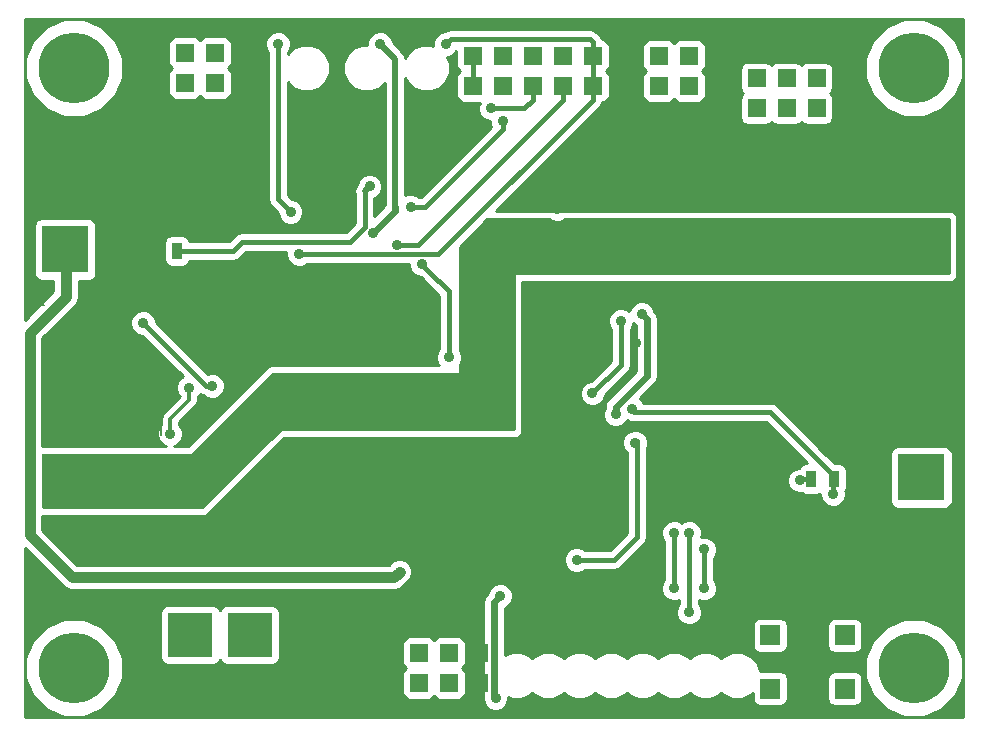
<source format=gbr>
G04 #@! TF.FileFunction,Copper,L1,Top,Signal*
%FSLAX46Y46*%
G04 Gerber Fmt 4.6, Leading zero omitted, Abs format (unit mm)*
G04 Created by KiCad (PCBNEW 4.0.1-3.201512221401+6198~38~ubuntu15.10.1-stable) date Út 19. leden 2016, 20:18:50 CET*
%MOMM*%
G01*
G04 APERTURE LIST*
%ADD10C,0.300000*%
%ADD11R,4.000000X4.000000*%
%ADD12R,1.524000X1.524000*%
%ADD13R,3.810000X3.810000*%
%ADD14C,6.000000*%
%ADD15R,0.889000X1.397000*%
%ADD16R,1.676400X1.676400*%
%ADD17C,0.600000*%
%ADD18C,0.890000*%
%ADD19C,0.890000*%
%ADD20C,0.400000*%
%ADD21C,0.500000*%
%ADD22C,0.600000*%
%ADD23C,0.180000*%
%ADD24C,0.254000*%
G04 APERTURE END LIST*
D10*
D11*
X4326500Y40511000D03*
X76826500Y40511000D03*
X4326500Y21211000D03*
X76826500Y21211000D03*
D12*
X19558000Y57150000D03*
X19558000Y54610000D03*
X17018000Y57150000D03*
X17018000Y54610000D03*
X14478000Y57150000D03*
X14478000Y54610000D03*
X11938000Y57150000D03*
X11938000Y54610000D03*
X49022000Y54356000D03*
X49022000Y56896000D03*
X38862000Y56896000D03*
X38862000Y54356000D03*
X43942000Y54356000D03*
X43942000Y56896000D03*
X46482000Y54356000D03*
X46482000Y56896000D03*
X41402000Y54356000D03*
X41402000Y56896000D03*
X31750000Y3810000D03*
X31750000Y6350000D03*
X34290000Y3810000D03*
X34290000Y6350000D03*
X36830000Y3810000D03*
X36830000Y6350000D03*
X39370000Y3810000D03*
X39370000Y6350000D03*
D13*
X14939000Y7874000D03*
X19939000Y7874000D03*
X14939000Y2921000D03*
X19939000Y2921000D03*
D12*
X62865000Y52451000D03*
X62865000Y54991000D03*
X65405000Y52451000D03*
X65405000Y54991000D03*
X67945000Y52451000D03*
X67945000Y54991000D03*
X59690000Y56896000D03*
X59690000Y54356000D03*
X57150000Y56896000D03*
X57150000Y54356000D03*
X54610000Y56896000D03*
X54610000Y54356000D03*
X52070000Y56896000D03*
X52070000Y54356000D03*
D14*
X76200000Y5080000D03*
X5080000Y55880000D03*
X5080000Y5080000D03*
X76200000Y55880000D03*
D15*
X11874500Y40386000D03*
X13779500Y40386000D03*
X69405500Y21082000D03*
X67500500Y21082000D03*
D16*
X70333000Y7838000D03*
X70333000Y3338000D03*
X64033000Y7838000D03*
X64033000Y3338000D03*
D12*
X70485000Y52451000D03*
X70485000Y54991000D03*
D17*
X27686000Y42545000D03*
X27686000Y44831000D03*
X26416000Y44831000D03*
X26416000Y42545000D03*
X27051000Y43688000D03*
D18*
X32639000Y13208000D03*
X10922000Y34290000D03*
X16764000Y28956000D03*
X14668500Y15811500D03*
X14732000Y17208500D03*
X13271500Y17589500D03*
X11620500Y17589500D03*
X9779000Y17589500D03*
X8255000Y17589500D03*
X6477000Y17589500D03*
X4635500Y17589500D03*
X2857500Y17335500D03*
X3619500Y16065500D03*
X5016500Y14986000D03*
X7175500Y14478000D03*
X8953500Y14478000D03*
X10604500Y14478000D03*
X12446000Y14541500D03*
X14351000Y14351000D03*
X4127500Y33909000D03*
X4572000Y32575500D03*
X1270000Y36004500D03*
X60198000Y34163000D03*
X51308000Y46926500D03*
X53975000Y49720500D03*
X59372500Y49657000D03*
X57467500Y47815500D03*
X77406500Y44577000D03*
X72009000Y44386500D03*
X66929000Y44450000D03*
X49593500Y50165000D03*
X51371500Y52070000D03*
X49974500Y32575500D03*
X47815500Y33528000D03*
X48958500Y37274500D03*
X54546500Y44577000D03*
X52959000Y44640500D03*
X33528000Y11557000D03*
X41021000Y22161500D03*
X39687500Y20891500D03*
X37846000Y18923000D03*
X35433000Y16637000D03*
X33528000Y15811500D03*
X31115000Y15811500D03*
X29210000Y15748000D03*
X26733500Y15811500D03*
X24701500Y15748000D03*
X24892000Y18732500D03*
X52641500Y32575500D03*
X48895000Y33083500D03*
X46736000Y27114500D03*
X44196000Y36258500D03*
X44259500Y32766000D03*
X43688000Y27775180D03*
X8890000Y24637999D03*
X7620000Y24638000D03*
X41402000Y23622000D03*
X39116000Y23368000D03*
X36322000Y21336000D03*
X34544000Y21336000D03*
X32766000Y20320000D03*
X30734000Y20320000D03*
X73152000Y9398000D03*
X73152000Y11430000D03*
X73406000Y13208000D03*
X73406000Y14986000D03*
X76962000Y37338000D03*
X68834000Y37338000D03*
X60198000Y37338000D03*
X60198000Y29972000D03*
X61214000Y28194000D03*
X59944000Y28194000D03*
X69596000Y13208000D03*
X70104000Y11938000D03*
X70104000Y10414000D03*
X64262000Y11938000D03*
X64262000Y13462000D03*
X64262000Y14986000D03*
X64262000Y18288000D03*
X67056000Y19050000D03*
X67564000Y17018000D03*
X13970000Y42672000D03*
X12446000Y43180000D03*
X11049000Y42672000D03*
X9017000Y41910000D03*
X7874000Y46228000D03*
X9398000Y44323000D03*
X29337000Y20319994D03*
X27813002Y20320002D03*
X26162000Y20447000D03*
X17399000Y30586680D03*
X73406000Y16510000D03*
X72136000Y17526000D03*
X71628000Y19050000D03*
X73152000Y18288000D03*
X74930000Y17272000D03*
X76454000Y17272000D03*
X77978000Y17272000D03*
X79502000Y17272000D03*
X74168000Y28194000D03*
X74930000Y26924000D03*
X76200000Y26416000D03*
X77724000Y26416000D03*
X79248000Y26416000D03*
X79248000Y25146000D03*
X77724000Y25146000D03*
X76200000Y25146000D03*
X74676000Y25146000D03*
X73660000Y26416000D03*
X72898000Y27432000D03*
X71374000Y27432000D03*
X69850000Y27432000D03*
X68326000Y27432000D03*
X28829000Y2921000D03*
X27686000Y2921000D03*
X26543000Y2921000D03*
X25400000Y2921000D03*
X24257000Y2921000D03*
X22987000Y2921000D03*
X44196000Y25019000D03*
X43180000Y24003000D03*
X69469000Y14859000D03*
X24910607Y50101500D03*
X34290000Y48895000D03*
X35433000Y48895000D03*
X34671000Y47752000D03*
X35814000Y47752000D03*
X36703000Y48895000D03*
X37846000Y48895000D03*
X46228000Y48260000D03*
X9906000Y57404000D03*
X9906000Y56261000D03*
X9906000Y55118000D03*
X9906000Y53848000D03*
X9906000Y52578000D03*
X11684000Y44450000D03*
X11684000Y45720000D03*
X10414000Y45720000D03*
X10541000Y40386000D03*
X9144000Y40386000D03*
X18542000Y42418000D03*
X39370000Y11938000D03*
X39370000Y13716000D03*
X39878000Y15240000D03*
X70358000Y50292000D03*
X71501000Y50292000D03*
X72517000Y50292000D03*
X73787000Y50292000D03*
X15748000Y33147000D03*
X14224000Y33147000D03*
X9652000Y33147000D03*
X12446000Y26924000D03*
X42418000Y13208000D03*
X42418000Y16002000D03*
X46736000Y17780000D03*
X44704000Y18288000D03*
X12192000Y4318000D03*
X12192000Y3048000D03*
X12192000Y1524000D03*
X65913000Y14859000D03*
X61468000Y18542000D03*
X56515000Y23495000D03*
X58420000Y21590000D03*
X59690000Y20320000D03*
X66548000Y9144000D03*
X68199000Y9144000D03*
X65532000Y9652000D03*
X64389000Y9652000D03*
X44704000Y46736000D03*
X42926000Y45212000D03*
X44450000Y45212000D03*
X45974000Y44958000D03*
X45974000Y43942000D03*
X30480000Y1524000D03*
X32004000Y1524000D03*
X33528000Y1524000D03*
X35052000Y1524000D03*
X36576000Y1524000D03*
X38100000Y1524000D03*
X54864000Y59182000D03*
X56388000Y59182000D03*
X57912000Y59182000D03*
X59436000Y59182000D03*
X60960000Y59182000D03*
X7620000Y49276000D03*
X7620000Y48006000D03*
X16764000Y45720000D03*
X15494000Y45720000D03*
X14224000Y45720000D03*
X12954000Y45720000D03*
X20320000Y39624000D03*
X21590000Y39624000D03*
X22860000Y39624000D03*
X2540000Y50038000D03*
X4318000Y50038000D03*
X6096000Y50038000D03*
X2540000Y48768000D03*
X2540000Y47498000D03*
X2540000Y46228000D03*
X2540000Y44958000D03*
X2540000Y43688000D03*
X4064000Y43688000D03*
X5588000Y43688000D03*
X7112000Y43688000D03*
X20066000Y53086000D03*
X20828000Y50800000D03*
X28448000Y49276000D03*
X27686000Y48006000D03*
X26924000Y46990000D03*
X67818000Y48768000D03*
X66294000Y47244000D03*
X65024000Y45974000D03*
X63500000Y44450000D03*
X66294000Y28448000D03*
X68072000Y28956000D03*
X50927000Y21209000D03*
X50165000Y22098000D03*
X40386000Y52451000D03*
X34543998Y39243000D03*
X36829992Y31369000D03*
X52324000Y27017010D03*
X69342000Y19812000D03*
X23421502Y43688000D03*
X22352000Y57912000D03*
X30356276Y41874421D03*
X30988000Y57912000D03*
X24130000Y40132000D03*
X36576000Y57912000D03*
X32414992Y40923996D03*
X33599912Y44140033D03*
X41402000Y51353464D03*
X30099000Y45847000D03*
X66548000Y20955000D03*
X57150000Y16510000D03*
X57150000Y9779000D03*
X55880000Y16510000D03*
X55880000Y11811000D03*
X58420000Y15113000D03*
X58420000Y11811000D03*
X52576971Y24168153D03*
X47625000Y14224000D03*
X53149500Y35052000D03*
X50927000Y26543000D03*
X41148000Y11176000D03*
X40767000Y2540000D03*
X51371500Y34480500D03*
X48958500Y28321000D03*
X14802209Y28820798D03*
X13208000Y24892000D03*
D19*
X4390000Y40384000D02*
X4390000Y36521000D01*
X1336040Y33467040D02*
X1336040Y16316960D01*
X4889500Y12763500D02*
X32194500Y12763500D01*
X4390000Y36521000D02*
X1336040Y33467040D01*
X1336040Y16316960D02*
X4889500Y12763500D01*
X32194500Y12763500D02*
X32639000Y13208000D01*
D20*
X10922000Y34290000D02*
X16256000Y28956000D01*
X16256000Y28956000D02*
X16764000Y28956000D01*
D21*
X14732000Y17208500D02*
X14732000Y15875000D01*
X14732000Y15875000D02*
X14668500Y15811500D01*
X11620500Y17589500D02*
X13271500Y17589500D01*
X8255000Y17589500D02*
X9779000Y17589500D01*
X4635500Y17589500D02*
X6477000Y17589500D01*
X3619500Y16065500D02*
X3619500Y16573500D01*
X3619500Y16573500D02*
X2857500Y17335500D01*
X7175500Y14478000D02*
X5524500Y14478000D01*
X5524500Y14478000D02*
X5016500Y14986000D01*
X10604500Y14478000D02*
X8953500Y14478000D01*
X14351000Y14351000D02*
X12636500Y14351000D01*
X12636500Y14351000D02*
X12446000Y14541500D01*
D22*
X4572000Y32575500D02*
X4572000Y33464500D01*
X4572000Y33464500D02*
X4127500Y33909000D01*
D23*
X1270000Y36322000D02*
X1270000Y35814000D01*
X1270000Y44450000D02*
X1270000Y36322000D01*
D22*
X1270000Y36322000D02*
X1270000Y36004500D01*
D23*
X60198000Y29972000D02*
X60198000Y34163000D01*
D22*
X60198000Y37338000D02*
X60198000Y34163000D01*
X59372500Y49657000D02*
X54038500Y49657000D01*
X54038500Y49657000D02*
X53975000Y49720500D01*
X54546500Y44577000D02*
X54546500Y44894500D01*
X54546500Y44894500D02*
X57467500Y47815500D01*
X66929000Y44450000D02*
X71945500Y44450000D01*
X71945500Y44450000D02*
X72009000Y44386500D01*
X51371500Y52070000D02*
X51371500Y51943000D01*
X51371500Y51943000D02*
X49593500Y50165000D01*
X48895000Y33083500D02*
X48260000Y33083500D01*
X48260000Y33083500D02*
X47815500Y33528000D01*
X52959000Y44640500D02*
X54483000Y44640500D01*
X54483000Y44640500D02*
X54546500Y44577000D01*
X39370000Y11938000D02*
X33909000Y11938000D01*
X33909000Y11938000D02*
X33528000Y11557000D01*
X37846000Y18923000D02*
X37846000Y19050000D01*
X37846000Y19050000D02*
X39687500Y20891500D01*
X33528000Y15811500D02*
X34607500Y15811500D01*
X34607500Y15811500D02*
X35433000Y16637000D01*
X29210000Y15748000D02*
X31051500Y15748000D01*
X31051500Y15748000D02*
X31115000Y15811500D01*
X24701500Y15748000D02*
X26670000Y15748000D01*
X26670000Y15748000D02*
X26733500Y15811500D01*
X26162000Y20447000D02*
X26162000Y20002500D01*
X26162000Y20002500D02*
X24892000Y18732500D01*
D21*
X46736000Y27114500D02*
X46736000Y31496000D01*
X46736000Y31496000D02*
X48323500Y33083500D01*
X48323500Y33083500D02*
X48895000Y33083500D01*
X43688000Y27775180D02*
X43688000Y32194500D01*
X43688000Y32194500D02*
X44259500Y32766000D01*
D20*
X7620000Y24638000D02*
X8889999Y24638000D01*
X8889999Y24638000D02*
X8890000Y24637999D01*
D23*
X39116000Y23368000D02*
X41148000Y23368000D01*
X41148000Y23368000D02*
X41402000Y23622000D01*
X34544000Y21336000D02*
X36322000Y21336000D01*
X30734000Y20320000D02*
X32766000Y20320000D01*
X73152000Y11430000D02*
X73152000Y9398000D01*
X73406000Y14986000D02*
X73406000Y13208000D01*
X68834000Y37338000D02*
X76962000Y37338000D01*
X59944000Y28194000D02*
X61214000Y28194000D01*
X70104000Y11938000D02*
X70104000Y12700000D01*
X70104000Y12700000D02*
X69596000Y13208000D01*
X64262000Y11938000D02*
X68580000Y11938000D01*
X68580000Y11938000D02*
X70104000Y10414000D01*
X64262000Y14986000D02*
X64262000Y13462000D01*
X67056000Y19050000D02*
X66294000Y18288000D01*
X66294000Y18288000D02*
X64262000Y18288000D01*
X69469000Y14859000D02*
X67564000Y16764000D01*
X67564000Y16764000D02*
X67564000Y17018000D01*
X14604002Y42672000D02*
X14599325Y42672000D01*
X14668001Y42735999D02*
X14604002Y42672000D01*
X14599325Y42672000D02*
X13970000Y42672000D01*
X11176000Y46228000D02*
X14668001Y42735999D01*
X9398000Y44323000D02*
X13081000Y44323000D01*
X7874000Y46228000D02*
X11176000Y46228000D01*
X13081000Y44323000D02*
X14668001Y42735999D01*
X10604001Y42227001D02*
X11049000Y42672000D01*
X10287000Y41910000D02*
X10604001Y42227001D01*
X9017000Y41910000D02*
X10287000Y41910000D01*
X29337000Y20949319D02*
X29337000Y20319994D01*
X29083000Y21590000D02*
X29337000Y21336000D01*
X29337000Y21336000D02*
X29337000Y20949319D01*
X27686004Y20447000D02*
X27813002Y20320002D01*
X26162000Y20447000D02*
X27686004Y20447000D01*
D20*
X72136000Y17526000D02*
X72390000Y17526000D01*
X72390000Y17526000D02*
X73406000Y16510000D01*
X73152000Y18288000D02*
X72390000Y18288000D01*
X72390000Y18288000D02*
X71628000Y19050000D01*
X76454000Y17272000D02*
X74930000Y17272000D01*
X79502000Y17272000D02*
X77978000Y17272000D01*
X74930000Y26924000D02*
X74930000Y27432000D01*
X74930000Y27432000D02*
X74168000Y28194000D01*
X77724000Y26416000D02*
X76200000Y26416000D01*
X79248000Y25146000D02*
X79248000Y26416000D01*
X76200000Y25146000D02*
X77724000Y25146000D01*
X73660000Y26416000D02*
X73660000Y26162000D01*
X73660000Y26162000D02*
X74676000Y25146000D01*
X71374000Y27432000D02*
X72898000Y27432000D01*
X68326000Y27432000D02*
X69850000Y27432000D01*
X27686000Y2921000D02*
X28829000Y2921000D01*
X25400000Y2921000D02*
X26543000Y2921000D01*
X22987000Y2921000D02*
X24257000Y2921000D01*
D23*
X12065000Y3175000D02*
X12065000Y1977388D01*
X12065000Y4445000D02*
X12065000Y3556000D01*
X1270000Y35814000D02*
X2540000Y35814000D01*
X1738999Y44918999D02*
X1270000Y44450000D01*
X9906000Y52578000D02*
X2119999Y44918999D01*
X2119999Y44918999D02*
X1738999Y44918999D01*
X44196000Y25019000D02*
X43180000Y24003000D01*
X34290000Y48895000D02*
X35433000Y48895000D01*
X34671000Y47752000D02*
X35814000Y47752000D01*
X36703000Y48895000D02*
X37846000Y48895000D01*
X9906000Y57404000D02*
X9906000Y56261000D01*
X9906000Y55372000D02*
X9906000Y55118000D01*
X9906000Y53848000D02*
X9906000Y52578000D01*
X11684000Y44450000D02*
X11684000Y45720000D01*
X11874500Y40386000D02*
X10541000Y40386000D01*
X39370000Y11938000D02*
X39370000Y13716000D01*
X70485000Y50419000D02*
X70358000Y50292000D01*
X70485000Y52451000D02*
X70485000Y50419000D01*
X71501000Y50292000D02*
X72517000Y50292000D01*
X73787000Y50292000D02*
X75057000Y50292000D01*
X15748000Y33147000D02*
X14224000Y33147000D01*
X12446000Y26924000D02*
X12446000Y24765000D01*
X42418000Y13208000D02*
X42418000Y16002000D01*
X45212000Y17780000D02*
X44704000Y18288000D01*
X46736000Y17780000D02*
X45212000Y17780000D01*
X12192000Y4318000D02*
X12192000Y3302000D01*
X12192000Y3048000D02*
X12192000Y1524000D01*
X65913000Y14859000D02*
X69469000Y14859000D01*
X56515000Y23114000D02*
X56515000Y23495000D01*
X61468000Y18542000D02*
X56515000Y23114000D01*
X58420000Y21590000D02*
X59690000Y20320000D01*
X66548000Y9144000D02*
X68199000Y9144000D01*
X65532000Y9652000D02*
X64389000Y9652000D01*
X46228000Y48260000D02*
X44704000Y46736000D01*
X42926000Y45212000D02*
X44450000Y45212000D01*
X45974000Y44958000D02*
X45974000Y43942000D01*
X30226000Y1524000D02*
X30480000Y1524000D01*
X28829000Y2921000D02*
X30226000Y1524000D01*
X32004000Y1524000D02*
X33528000Y1524000D01*
X35052000Y1524000D02*
X36576000Y1524000D01*
X53414000Y59182000D02*
X54864000Y59182000D01*
X52070000Y57838000D02*
X53414000Y59182000D01*
X52070000Y56896000D02*
X52070000Y57838000D01*
X56388000Y59182000D02*
X57912000Y59182000D01*
X59436000Y59182000D02*
X60960000Y59182000D01*
X7620000Y49276000D02*
X7620000Y48006000D01*
X16764000Y45720000D02*
X15494000Y45720000D01*
X14224000Y45720000D02*
X12954000Y45720000D01*
X20320000Y39624000D02*
X21590000Y39624000D01*
X3302000Y49276000D02*
X2540000Y50038000D01*
X7620000Y49276000D02*
X3302000Y49276000D01*
X4318000Y50038000D02*
X6096000Y50038000D01*
X2540000Y48768000D02*
X2540000Y47498000D01*
X2540000Y46228000D02*
X2540000Y44958000D01*
X2540000Y43688000D02*
X4064000Y43688000D01*
X5588000Y43688000D02*
X7112000Y43688000D01*
X28448000Y48768000D02*
X27686000Y48006000D01*
X28448000Y49276000D02*
X28448000Y48768000D01*
X67818000Y48768000D02*
X66294000Y47244000D01*
X65024000Y45974000D02*
X63500000Y44450000D01*
X67310000Y27432000D02*
X66294000Y28448000D01*
X68326000Y27432000D02*
X67310000Y27432000D01*
X50165000Y22098000D02*
X50165000Y21971000D01*
X50165000Y21971000D02*
X50927000Y21209000D01*
D20*
X43942000Y53194000D02*
X43942000Y54356000D01*
X43199000Y52451000D02*
X43942000Y53194000D01*
X40386000Y52451000D02*
X43199000Y52451000D01*
X34988997Y38798001D02*
X34543998Y39243000D01*
X36829992Y36957006D02*
X34988997Y38798001D01*
X36829992Y31369000D02*
X36829992Y36957006D01*
X69342000Y19812000D02*
X69342000Y21018500D01*
X69342000Y21018500D02*
X69405500Y21082000D01*
X52324000Y26924000D02*
X52523999Y26724001D01*
X52523999Y26724001D02*
X64017499Y26724001D01*
X64017499Y26724001D02*
X69405500Y21336000D01*
X69405500Y21336000D02*
X69405500Y21082000D01*
X69469000Y21018500D02*
X69405500Y21082000D01*
X22352000Y57912000D02*
X22352000Y44757502D01*
X22352000Y44757502D02*
X23421502Y43688000D01*
X38862000Y54356000D02*
X38862000Y56896000D01*
D22*
X32258000Y44069000D02*
X32258000Y43776145D01*
X30801275Y42319420D02*
X30356276Y41874421D01*
X32258000Y43776145D02*
X30801275Y42319420D01*
D21*
X30988000Y57912000D02*
X32258000Y56642000D01*
X32258000Y56642000D02*
X32258000Y44069000D01*
D20*
X24130000Y40132000D02*
X31985984Y40132000D01*
X49022000Y53194000D02*
X49022000Y54356000D01*
X35926994Y40098994D02*
X49022000Y53194000D01*
X32018990Y40098994D02*
X35926994Y40098994D01*
X31985984Y40132000D02*
X32018990Y40098994D01*
X49022000Y54356000D02*
X49022000Y57912000D01*
X48723501Y58356499D02*
X49022000Y58058000D01*
X37020499Y58356499D02*
X48723501Y58356499D01*
X49022000Y58058000D02*
X49022000Y56896000D01*
X36576000Y57912000D02*
X37020499Y58356499D01*
X33044317Y40923996D02*
X32414992Y40923996D01*
X34211996Y40923996D02*
X33044317Y40923996D01*
X46482000Y53194000D02*
X34211996Y40923996D01*
X46482000Y54356000D02*
X46482000Y53194000D01*
X41402000Y50724139D02*
X34817894Y44140033D01*
X34229237Y44140033D02*
X33599912Y44140033D01*
X34817894Y44140033D02*
X34229237Y44140033D01*
X41402000Y51353464D02*
X41402000Y50724139D01*
X28408853Y41148000D02*
X29690000Y42429147D01*
X18542000Y40386000D02*
X19304000Y41148000D01*
X19304000Y41148000D02*
X28408853Y41148000D01*
X29690000Y42429147D02*
X29690000Y45438000D01*
X13779500Y40386000D02*
X18542000Y40386000D01*
D21*
X29690000Y45438000D02*
X30099000Y45847000D01*
D20*
X67500500Y21082000D02*
X66675000Y21082000D01*
X66675000Y21082000D02*
X66548000Y20955000D01*
X67373500Y20955000D02*
X67500500Y21082000D01*
X57150000Y16510000D02*
X57150000Y9779000D01*
X55880000Y16510000D02*
X55880000Y11811000D01*
X58420000Y15113000D02*
X58420000Y11811000D01*
X47625000Y14224000D02*
X50800000Y14224000D01*
X52732510Y16156510D02*
X52732510Y24257000D01*
X50800000Y14224000D02*
X52732510Y16156510D01*
D22*
X50927000Y26543000D02*
X50927000Y27172325D01*
X50927000Y27172325D02*
X53566501Y29811826D01*
X53566501Y29811826D02*
X53566501Y34634999D01*
X53566501Y34634999D02*
X53149500Y35052000D01*
X40612001Y2694999D02*
X40767000Y2540000D01*
X40612001Y10640001D02*
X40612001Y2694999D01*
X41148000Y11176000D02*
X40612001Y10640001D01*
D20*
X48958500Y28321000D02*
X51371500Y30734000D01*
X51371500Y30734000D02*
X51371500Y34480500D01*
D10*
X14802209Y27786209D02*
X14802209Y28820798D01*
X13208000Y24892000D02*
X13208000Y26192000D01*
X13208000Y26192000D02*
X14802209Y27786209D01*
D24*
G36*
X45365968Y43033732D02*
X45759830Y42870186D01*
X46186299Y42869814D01*
X46580446Y43032672D01*
X46600809Y43053000D01*
X79121000Y43053000D01*
X79121000Y38481000D01*
X42418000Y38481000D01*
X42368590Y38470994D01*
X42326965Y38442553D01*
X42299685Y38400159D01*
X42291000Y38354000D01*
X42291000Y25273000D01*
X22606000Y25273000D01*
X22556590Y25262994D01*
X22516197Y25235803D01*
X15949394Y18669000D01*
X2413000Y18669000D01*
X2413000Y23114000D01*
X14986000Y23114000D01*
X15035410Y23124006D01*
X15075803Y23151197D01*
X21896606Y29972000D01*
X37592000Y29972000D01*
X37641410Y29982006D01*
X37683035Y30010447D01*
X37710315Y30052841D01*
X37719000Y30099000D01*
X37719000Y30741742D01*
X37738260Y30760968D01*
X37901806Y31154830D01*
X37902178Y31581299D01*
X37739320Y31975446D01*
X37719000Y31995802D01*
X37719000Y40721446D01*
X40050554Y43053000D01*
X45346734Y43053000D01*
X45365968Y43033732D01*
X45365968Y43033732D01*
G37*
X45365968Y43033732D02*
X45759830Y42870186D01*
X46186299Y42869814D01*
X46580446Y43032672D01*
X46600809Y43053000D01*
X79121000Y43053000D01*
X79121000Y38481000D01*
X42418000Y38481000D01*
X42368590Y38470994D01*
X42326965Y38442553D01*
X42299685Y38400159D01*
X42291000Y38354000D01*
X42291000Y25273000D01*
X22606000Y25273000D01*
X22556590Y25262994D01*
X22516197Y25235803D01*
X15949394Y18669000D01*
X2413000Y18669000D01*
X2413000Y23114000D01*
X14986000Y23114000D01*
X15035410Y23124006D01*
X15075803Y23151197D01*
X21896606Y29972000D01*
X37592000Y29972000D01*
X37641410Y29982006D01*
X37683035Y30010447D01*
X37710315Y30052841D01*
X37719000Y30099000D01*
X37719000Y30741742D01*
X37738260Y30760968D01*
X37901806Y31154830D01*
X37902178Y31581299D01*
X37739320Y31975446D01*
X37719000Y31995802D01*
X37719000Y40721446D01*
X40050554Y43053000D01*
X45346734Y43053000D01*
X45365968Y43033732D01*
G36*
X80349000Y931000D02*
X931000Y931000D01*
X931000Y4262690D01*
X952285Y4262690D01*
X1579259Y2745296D01*
X2739190Y1583340D01*
X4255487Y953718D01*
X5897310Y952285D01*
X7414704Y1579259D01*
X8576660Y2739190D01*
X9206282Y4255487D01*
X9207715Y5897310D01*
X8580741Y7414704D01*
X7420810Y8576660D01*
X5904513Y9206282D01*
X4262690Y9207715D01*
X2745296Y8580741D01*
X1583340Y7420810D01*
X953718Y5904513D01*
X952285Y4262690D01*
X931000Y4262690D01*
X931000Y9779000D01*
X12394717Y9779000D01*
X12394717Y5969000D01*
X12438437Y5736648D01*
X12575757Y5523247D01*
X12785283Y5380083D01*
X13034000Y5329717D01*
X16844000Y5329717D01*
X17076352Y5373437D01*
X17289753Y5510757D01*
X17432917Y5720283D01*
X17437374Y5742295D01*
X17438437Y5736648D01*
X17575757Y5523247D01*
X17785283Y5380083D01*
X18034000Y5329717D01*
X21844000Y5329717D01*
X22076352Y5373437D01*
X22289753Y5510757D01*
X22432917Y5720283D01*
X22483283Y5969000D01*
X22483283Y7112000D01*
X32888717Y7112000D01*
X32888717Y5588000D01*
X32932437Y5355648D01*
X33069757Y5142247D01*
X33160234Y5080426D01*
X33082247Y5030243D01*
X32939083Y4820717D01*
X32888717Y4572000D01*
X32888717Y3048000D01*
X32932437Y2815648D01*
X33069757Y2602247D01*
X33279283Y2459083D01*
X33528000Y2408717D01*
X35052000Y2408717D01*
X35284352Y2452437D01*
X35497753Y2589757D01*
X35559574Y2680234D01*
X35609757Y2602247D01*
X35819283Y2459083D01*
X36068000Y2408717D01*
X37592000Y2408717D01*
X37824352Y2452437D01*
X38037753Y2589757D01*
X38180917Y2799283D01*
X38231283Y3048000D01*
X38231283Y4572000D01*
X38187563Y4804352D01*
X38050243Y5017753D01*
X37959766Y5079574D01*
X38037753Y5129757D01*
X38180917Y5339283D01*
X38231283Y5588000D01*
X38231283Y7112000D01*
X38187563Y7344352D01*
X38050243Y7557753D01*
X37840717Y7700917D01*
X37592000Y7751283D01*
X36068000Y7751283D01*
X35835648Y7707563D01*
X35622247Y7570243D01*
X35560426Y7479766D01*
X35510243Y7557753D01*
X35300717Y7700917D01*
X35052000Y7751283D01*
X33528000Y7751283D01*
X33295648Y7707563D01*
X33082247Y7570243D01*
X32939083Y7360717D01*
X32888717Y7112000D01*
X22483283Y7112000D01*
X22483283Y9779000D01*
X22439563Y10011352D01*
X22302243Y10224753D01*
X22092717Y10367917D01*
X21844000Y10418283D01*
X18034000Y10418283D01*
X17801648Y10374563D01*
X17588247Y10237243D01*
X17445083Y10027717D01*
X17440626Y10005705D01*
X17439563Y10011352D01*
X17302243Y10224753D01*
X17092717Y10367917D01*
X16844000Y10418283D01*
X13034000Y10418283D01*
X12801648Y10374563D01*
X12588247Y10237243D01*
X12445083Y10027717D01*
X12394717Y9779000D01*
X931000Y9779000D01*
X931000Y10640001D01*
X39685001Y10640001D01*
X39685001Y2694999D01*
X39695090Y2644278D01*
X39694814Y2327701D01*
X39857672Y1933554D01*
X40158968Y1631732D01*
X40552830Y1468186D01*
X40979299Y1467814D01*
X41373446Y1630672D01*
X41675268Y1931968D01*
X41838814Y2325830D01*
X41839051Y2597472D01*
X42150025Y2468344D01*
X42936524Y2467657D01*
X43663418Y2768003D01*
X43878388Y2982598D01*
X44090657Y2769958D01*
X44817025Y2468344D01*
X45603524Y2467657D01*
X46330418Y2768003D01*
X46545388Y2982598D01*
X46757657Y2769958D01*
X47484025Y2468344D01*
X48270524Y2467657D01*
X48997418Y2768003D01*
X49212388Y2982598D01*
X49424657Y2769958D01*
X50151025Y2468344D01*
X50937524Y2467657D01*
X51664418Y2768003D01*
X51879388Y2982598D01*
X52091657Y2769958D01*
X52818025Y2468344D01*
X53604524Y2467657D01*
X54331418Y2768003D01*
X54546388Y2982598D01*
X54758657Y2769958D01*
X55485025Y2468344D01*
X56271524Y2467657D01*
X56998418Y2768003D01*
X57213388Y2982598D01*
X57425657Y2769958D01*
X58152025Y2468344D01*
X58938524Y2467657D01*
X59665418Y2768003D01*
X59880388Y2982598D01*
X60092657Y2769958D01*
X60819025Y2468344D01*
X61605524Y2467657D01*
X62332418Y2768003D01*
X62555517Y2990713D01*
X62555517Y2499800D01*
X62599237Y2267448D01*
X62736557Y2054047D01*
X62946083Y1910883D01*
X63194800Y1860517D01*
X64871200Y1860517D01*
X65103552Y1904237D01*
X65316953Y2041557D01*
X65460117Y2251083D01*
X65510483Y2499800D01*
X65510483Y4176200D01*
X68855517Y4176200D01*
X68855517Y2499800D01*
X68899237Y2267448D01*
X69036557Y2054047D01*
X69246083Y1910883D01*
X69494800Y1860517D01*
X71171200Y1860517D01*
X71403552Y1904237D01*
X71616953Y2041557D01*
X71760117Y2251083D01*
X71810483Y2499800D01*
X71810483Y4176200D01*
X71794209Y4262690D01*
X72072285Y4262690D01*
X72699259Y2745296D01*
X73859190Y1583340D01*
X75375487Y953718D01*
X77017310Y952285D01*
X78534704Y1579259D01*
X79696660Y2739190D01*
X80326282Y4255487D01*
X80327715Y5897310D01*
X79700741Y7414704D01*
X78540810Y8576660D01*
X77024513Y9206282D01*
X75382690Y9207715D01*
X73865296Y8580741D01*
X72703340Y7420810D01*
X72073718Y5904513D01*
X72072285Y4262690D01*
X71794209Y4262690D01*
X71766763Y4408552D01*
X71629443Y4621953D01*
X71419917Y4765117D01*
X71171200Y4815483D01*
X69494800Y4815483D01*
X69262448Y4771763D01*
X69049047Y4634443D01*
X68905883Y4424917D01*
X68855517Y4176200D01*
X65510483Y4176200D01*
X65466763Y4408552D01*
X65329443Y4621953D01*
X65119917Y4765117D01*
X64871200Y4815483D01*
X63194800Y4815483D01*
X63191324Y4814829D01*
X63191343Y4836524D01*
X62890997Y5563418D01*
X62335343Y6120042D01*
X61608975Y6421656D01*
X60822476Y6422343D01*
X60095582Y6121997D01*
X59880612Y5907402D01*
X59668343Y6120042D01*
X58941975Y6421656D01*
X58155476Y6422343D01*
X57428582Y6121997D01*
X57213612Y5907402D01*
X57001343Y6120042D01*
X56274975Y6421656D01*
X55488476Y6422343D01*
X54761582Y6121997D01*
X54546612Y5907402D01*
X54334343Y6120042D01*
X53607975Y6421656D01*
X52821476Y6422343D01*
X52094582Y6121997D01*
X51879612Y5907402D01*
X51667343Y6120042D01*
X50940975Y6421656D01*
X50154476Y6422343D01*
X49427582Y6121997D01*
X49212612Y5907402D01*
X49000343Y6120042D01*
X48273975Y6421656D01*
X47487476Y6422343D01*
X46760582Y6121997D01*
X46545612Y5907402D01*
X46333343Y6120042D01*
X45606975Y6421656D01*
X44820476Y6422343D01*
X44093582Y6121997D01*
X43878612Y5907402D01*
X43666343Y6120042D01*
X42939975Y6421656D01*
X42153476Y6422343D01*
X41539001Y6168448D01*
X41539001Y8676200D01*
X62555517Y8676200D01*
X62555517Y6999800D01*
X62599237Y6767448D01*
X62736557Y6554047D01*
X62946083Y6410883D01*
X63194800Y6360517D01*
X64871200Y6360517D01*
X65103552Y6404237D01*
X65316953Y6541557D01*
X65460117Y6751083D01*
X65510483Y6999800D01*
X65510483Y8676200D01*
X68855517Y8676200D01*
X68855517Y6999800D01*
X68899237Y6767448D01*
X69036557Y6554047D01*
X69246083Y6410883D01*
X69494800Y6360517D01*
X71171200Y6360517D01*
X71403552Y6404237D01*
X71616953Y6541557D01*
X71760117Y6751083D01*
X71810483Y6999800D01*
X71810483Y8676200D01*
X71766763Y8908552D01*
X71629443Y9121953D01*
X71419917Y9265117D01*
X71171200Y9315483D01*
X69494800Y9315483D01*
X69262448Y9271763D01*
X69049047Y9134443D01*
X68905883Y8924917D01*
X68855517Y8676200D01*
X65510483Y8676200D01*
X65466763Y8908552D01*
X65329443Y9121953D01*
X65119917Y9265117D01*
X64871200Y9315483D01*
X63194800Y9315483D01*
X62962448Y9271763D01*
X62749047Y9134443D01*
X62605883Y8924917D01*
X62555517Y8676200D01*
X41539001Y8676200D01*
X41539001Y10177652D01*
X41754446Y10266672D01*
X42056268Y10567968D01*
X42219814Y10961830D01*
X42220186Y11388299D01*
X42057328Y11782446D01*
X41756032Y12084268D01*
X41362170Y12247814D01*
X40935701Y12248186D01*
X40541554Y12085328D01*
X40239732Y11784032D01*
X40093933Y11432909D01*
X39956513Y11295489D01*
X39755565Y10994749D01*
X39685001Y10640001D01*
X931000Y10640001D01*
X931000Y15205964D01*
X4131481Y12005482D01*
X4391881Y11831488D01*
X4479263Y11773101D01*
X4889500Y11691500D01*
X32194500Y11691500D01*
X32604737Y11773101D01*
X32952518Y12005482D01*
X33396356Y12449319D01*
X33547268Y12599968D01*
X33710814Y12993830D01*
X33711186Y13420299D01*
X33548328Y13814446D01*
X33351417Y14011701D01*
X46552814Y14011701D01*
X46715672Y13617554D01*
X47016968Y13315732D01*
X47410830Y13152186D01*
X47837299Y13151814D01*
X48231446Y13314672D01*
X48313918Y13397000D01*
X50800000Y13397000D01*
X51116479Y13459952D01*
X51384777Y13639223D01*
X53317287Y15571733D01*
X53496558Y15840031D01*
X53559510Y16156510D01*
X53559510Y16297701D01*
X54807814Y16297701D01*
X54970672Y15903554D01*
X55053000Y15821082D01*
X55053000Y12500158D01*
X54971732Y12419032D01*
X54808186Y12025170D01*
X54807814Y11598701D01*
X54970672Y11204554D01*
X55271968Y10902732D01*
X55665830Y10739186D01*
X56092299Y10738814D01*
X56323000Y10834138D01*
X56323000Y10468158D01*
X56241732Y10387032D01*
X56078186Y9993170D01*
X56077814Y9566701D01*
X56240672Y9172554D01*
X56541968Y8870732D01*
X56935830Y8707186D01*
X57362299Y8706814D01*
X57756446Y8869672D01*
X58058268Y9170968D01*
X58221814Y9564830D01*
X58222186Y9991299D01*
X58059328Y10385446D01*
X57977000Y10467918D01*
X57977000Y10834205D01*
X58205830Y10739186D01*
X58632299Y10738814D01*
X59026446Y10901672D01*
X59328268Y11202968D01*
X59491814Y11596830D01*
X59492186Y12023299D01*
X59329328Y12417446D01*
X59247000Y12499918D01*
X59247000Y14423842D01*
X59328268Y14504968D01*
X59491814Y14898830D01*
X59492186Y15325299D01*
X59329328Y15719446D01*
X59028032Y16021268D01*
X58634170Y16184814D01*
X58207701Y16185186D01*
X58169278Y16169310D01*
X58221814Y16295830D01*
X58222186Y16722299D01*
X58059328Y17116446D01*
X57758032Y17418268D01*
X57364170Y17581814D01*
X56937701Y17582186D01*
X56543554Y17419328D01*
X56515215Y17391038D01*
X56488032Y17418268D01*
X56094170Y17581814D01*
X55667701Y17582186D01*
X55273554Y17419328D01*
X54971732Y17118032D01*
X54808186Y16724170D01*
X54807814Y16297701D01*
X53559510Y16297701D01*
X53559510Y23738985D01*
X53648785Y23953983D01*
X53649157Y24380452D01*
X53486299Y24774599D01*
X53185003Y25076421D01*
X52791141Y25239967D01*
X52364672Y25240339D01*
X51970525Y25077481D01*
X51668703Y24776185D01*
X51505157Y24382323D01*
X51504785Y23955854D01*
X51667643Y23561707D01*
X51905510Y23323425D01*
X51905510Y16499064D01*
X50457446Y15051000D01*
X48314158Y15051000D01*
X48233032Y15132268D01*
X47839170Y15295814D01*
X47412701Y15296186D01*
X47018554Y15133328D01*
X46716732Y14832032D01*
X46553186Y14438170D01*
X46552814Y14011701D01*
X33351417Y14011701D01*
X33247032Y14116268D01*
X32853170Y14279814D01*
X32426701Y14280186D01*
X32032554Y14117328D01*
X31750234Y13835500D01*
X5333537Y13835500D01*
X2408040Y16760996D01*
X2408040Y17915000D01*
X16002000Y17915000D01*
X16237935Y17961084D01*
X16445356Y18098644D01*
X22865712Y24519000D01*
X42418000Y24519000D01*
X42645888Y24561880D01*
X42855189Y24696562D01*
X42995601Y24902062D01*
X43045000Y25146000D01*
X43045000Y28108701D01*
X47886314Y28108701D01*
X48049172Y27714554D01*
X48350468Y27412732D01*
X48744330Y27249186D01*
X49170799Y27248814D01*
X49564946Y27411672D01*
X49866768Y27712968D01*
X50030314Y28106830D01*
X50030416Y28223361D01*
X51956277Y30149222D01*
X52135548Y30417521D01*
X52144143Y30460732D01*
X52198500Y30734000D01*
X52198500Y33791342D01*
X52279768Y33872468D01*
X52436196Y34249188D01*
X52541468Y34143732D01*
X52639501Y34103025D01*
X52639501Y30195802D01*
X50271512Y27827813D01*
X50070564Y27527073D01*
X50000000Y27172325D01*
X50000000Y27105920D01*
X49855186Y26757170D01*
X49854814Y26330701D01*
X50017672Y25936554D01*
X50318968Y25634732D01*
X50712830Y25471186D01*
X51139299Y25470814D01*
X51533446Y25633672D01*
X51835268Y25934968D01*
X51879269Y26040934D01*
X52109830Y25945196D01*
X52282465Y25945045D01*
X52523999Y25897001D01*
X63674945Y25897001D01*
X67152163Y22419783D01*
X67056000Y22419783D01*
X66823648Y22376063D01*
X66610247Y22238743D01*
X66467083Y22029217D01*
X66466649Y22027072D01*
X66335701Y22027186D01*
X65941554Y21864328D01*
X65639732Y21563032D01*
X65476186Y21169170D01*
X65475814Y20742701D01*
X65638672Y20348554D01*
X65939968Y20046732D01*
X66333830Y19883186D01*
X66678049Y19882886D01*
X66807283Y19794583D01*
X67056000Y19744217D01*
X67945000Y19744217D01*
X68177352Y19787937D01*
X68270030Y19847574D01*
X68269814Y19599701D01*
X68432672Y19205554D01*
X68733968Y18903732D01*
X69127830Y18740186D01*
X69554299Y18739814D01*
X69948446Y18902672D01*
X70250268Y19203968D01*
X70413814Y19597830D01*
X70414186Y20024299D01*
X70395058Y20070593D01*
X70438917Y20134783D01*
X70489283Y20383500D01*
X70489283Y21780500D01*
X70445563Y22012852D01*
X70308243Y22226253D01*
X70098717Y22369417D01*
X69850000Y22419783D01*
X69491271Y22419783D01*
X68700054Y23211000D01*
X74187217Y23211000D01*
X74187217Y19211000D01*
X74230937Y18978648D01*
X74368257Y18765247D01*
X74577783Y18622083D01*
X74826500Y18571717D01*
X78826500Y18571717D01*
X79058852Y18615437D01*
X79272253Y18752757D01*
X79415417Y18962283D01*
X79465783Y19211000D01*
X79465783Y23211000D01*
X79422063Y23443352D01*
X79284743Y23656753D01*
X79075217Y23799917D01*
X78826500Y23850283D01*
X74826500Y23850283D01*
X74594148Y23806563D01*
X74380747Y23669243D01*
X74237583Y23459717D01*
X74187217Y23211000D01*
X68700054Y23211000D01*
X64602276Y27308778D01*
X64333978Y27488049D01*
X64017499Y27551001D01*
X53263266Y27551001D01*
X53233328Y27623456D01*
X52961455Y27895804D01*
X54221989Y29156338D01*
X54270719Y29229268D01*
X54422937Y29457078D01*
X54493501Y29811826D01*
X54493501Y34634999D01*
X54422937Y34989747D01*
X54221989Y35290487D01*
X54203033Y35309443D01*
X54058828Y35658446D01*
X53757532Y35960268D01*
X53363670Y36123814D01*
X52937201Y36124186D01*
X52543054Y35961328D01*
X52241232Y35660032D01*
X52084804Y35283312D01*
X51979532Y35388768D01*
X51585670Y35552314D01*
X51159201Y35552686D01*
X50765054Y35389828D01*
X50463232Y35088532D01*
X50299686Y34694670D01*
X50299314Y34268201D01*
X50462172Y33874054D01*
X50544500Y33791582D01*
X50544500Y31076555D01*
X48861032Y29393086D01*
X48746201Y29393186D01*
X48352054Y29230328D01*
X48050232Y28929032D01*
X47886686Y28535170D01*
X47886314Y28108701D01*
X43045000Y28108701D01*
X43045000Y37727000D01*
X79248000Y37727000D01*
X79475888Y37769880D01*
X79685189Y37904562D01*
X79825601Y38110062D01*
X79875000Y38354000D01*
X79875000Y43180000D01*
X79832120Y43407888D01*
X79697438Y43617189D01*
X79491938Y43757601D01*
X79248000Y43807000D01*
X40804554Y43807000D01*
X49606777Y52609223D01*
X49786048Y52877521D01*
X49802080Y52958119D01*
X50016352Y52998437D01*
X50229753Y53135757D01*
X50372917Y53345283D01*
X50423283Y53594000D01*
X50423283Y55118000D01*
X50379563Y55350352D01*
X50242243Y55563753D01*
X50151766Y55625574D01*
X50229753Y55675757D01*
X50372917Y55885283D01*
X50423283Y56134000D01*
X50423283Y57658000D01*
X53208717Y57658000D01*
X53208717Y56134000D01*
X53252437Y55901648D01*
X53389757Y55688247D01*
X53480234Y55626426D01*
X53402247Y55576243D01*
X53259083Y55366717D01*
X53208717Y55118000D01*
X53208717Y53594000D01*
X53252437Y53361648D01*
X53389757Y53148247D01*
X53599283Y53005083D01*
X53848000Y52954717D01*
X55372000Y52954717D01*
X55604352Y52998437D01*
X55817753Y53135757D01*
X55879574Y53226234D01*
X55929757Y53148247D01*
X56139283Y53005083D01*
X56388000Y52954717D01*
X57912000Y52954717D01*
X58144352Y52998437D01*
X58357753Y53135757D01*
X58500917Y53345283D01*
X58551283Y53594000D01*
X58551283Y55118000D01*
X58507563Y55350352D01*
X58370243Y55563753D01*
X58279766Y55625574D01*
X58357753Y55675757D01*
X58410531Y55753000D01*
X61463717Y55753000D01*
X61463717Y54229000D01*
X61507437Y53996648D01*
X61644757Y53783247D01*
X61735234Y53721426D01*
X61657247Y53671243D01*
X61514083Y53461717D01*
X61463717Y53213000D01*
X61463717Y51689000D01*
X61507437Y51456648D01*
X61644757Y51243247D01*
X61854283Y51100083D01*
X62103000Y51049717D01*
X63627000Y51049717D01*
X63859352Y51093437D01*
X64072753Y51230757D01*
X64134574Y51321234D01*
X64184757Y51243247D01*
X64394283Y51100083D01*
X64643000Y51049717D01*
X66167000Y51049717D01*
X66399352Y51093437D01*
X66612753Y51230757D01*
X66674574Y51321234D01*
X66724757Y51243247D01*
X66934283Y51100083D01*
X67183000Y51049717D01*
X68707000Y51049717D01*
X68939352Y51093437D01*
X69152753Y51230757D01*
X69295917Y51440283D01*
X69346283Y51689000D01*
X69346283Y53213000D01*
X69302563Y53445352D01*
X69165243Y53658753D01*
X69074766Y53720574D01*
X69152753Y53770757D01*
X69295917Y53980283D01*
X69346283Y54229000D01*
X69346283Y55062690D01*
X72072285Y55062690D01*
X72699259Y53545296D01*
X73859190Y52383340D01*
X75375487Y51753718D01*
X77017310Y51752285D01*
X78534704Y52379259D01*
X79696660Y53539190D01*
X80326282Y55055487D01*
X80327715Y56697310D01*
X79700741Y58214704D01*
X78540810Y59376660D01*
X77024513Y60006282D01*
X75382690Y60007715D01*
X73865296Y59380741D01*
X72703340Y58220810D01*
X72073718Y56704513D01*
X72072285Y55062690D01*
X69346283Y55062690D01*
X69346283Y55753000D01*
X69302563Y55985352D01*
X69165243Y56198753D01*
X68955717Y56341917D01*
X68707000Y56392283D01*
X67183000Y56392283D01*
X66950648Y56348563D01*
X66737247Y56211243D01*
X66675426Y56120766D01*
X66625243Y56198753D01*
X66415717Y56341917D01*
X66167000Y56392283D01*
X64643000Y56392283D01*
X64410648Y56348563D01*
X64197247Y56211243D01*
X64135426Y56120766D01*
X64085243Y56198753D01*
X63875717Y56341917D01*
X63627000Y56392283D01*
X62103000Y56392283D01*
X61870648Y56348563D01*
X61657247Y56211243D01*
X61514083Y56001717D01*
X61463717Y55753000D01*
X58410531Y55753000D01*
X58500917Y55885283D01*
X58551283Y56134000D01*
X58551283Y57658000D01*
X58507563Y57890352D01*
X58370243Y58103753D01*
X58160717Y58246917D01*
X57912000Y58297283D01*
X56388000Y58297283D01*
X56155648Y58253563D01*
X55942247Y58116243D01*
X55880426Y58025766D01*
X55830243Y58103753D01*
X55620717Y58246917D01*
X55372000Y58297283D01*
X53848000Y58297283D01*
X53615648Y58253563D01*
X53402247Y58116243D01*
X53259083Y57906717D01*
X53208717Y57658000D01*
X50423283Y57658000D01*
X50379563Y57890352D01*
X50242243Y58103753D01*
X50032717Y58246917D01*
X49802134Y58293611D01*
X49786048Y58374479D01*
X49697124Y58507563D01*
X49606777Y58642778D01*
X49308278Y58941276D01*
X49039980Y59120547D01*
X48723501Y59183499D01*
X37020499Y59183499D01*
X36704020Y59120547D01*
X36499763Y58984067D01*
X36363701Y58984186D01*
X35969554Y58821328D01*
X35667732Y58520032D01*
X35504186Y58126170D01*
X35503884Y57780290D01*
X35319975Y57856656D01*
X34533476Y57857343D01*
X33806582Y57556997D01*
X33249958Y57001343D01*
X33123906Y56697775D01*
X33068242Y56977613D01*
X33068242Y56977614D01*
X32992095Y57091576D01*
X32878133Y57262133D01*
X32878130Y57262135D01*
X32060147Y58080118D01*
X32060186Y58124299D01*
X31897328Y58518446D01*
X31596032Y58820268D01*
X31202170Y58983814D01*
X30775701Y58984186D01*
X30381554Y58821328D01*
X30079732Y58520032D01*
X29916186Y58126170D01*
X29915951Y57856939D01*
X29453476Y57857343D01*
X28726582Y57556997D01*
X28169958Y57001343D01*
X27868344Y56274975D01*
X27867657Y55488476D01*
X28168003Y54761582D01*
X28723657Y54204958D01*
X29450025Y53903344D01*
X30236524Y53902657D01*
X30963418Y54203003D01*
X31381000Y54619857D01*
X31381000Y44320366D01*
X31353626Y44182747D01*
X30517000Y43346121D01*
X30517000Y44859808D01*
X30705446Y44937672D01*
X31007268Y45238968D01*
X31170814Y45632830D01*
X31171186Y46059299D01*
X31008328Y46453446D01*
X30707032Y46755268D01*
X30313170Y46918814D01*
X29886701Y46919186D01*
X29492554Y46756328D01*
X29190732Y46455032D01*
X29027186Y46061170D01*
X29027128Y45994169D01*
X28879758Y45773613D01*
X28813000Y45438000D01*
X28863000Y45186635D01*
X28863000Y42771702D01*
X28066299Y41975000D01*
X19304000Y41975000D01*
X18987521Y41912048D01*
X18719223Y41732777D01*
X18199446Y41213000D01*
X14839104Y41213000D01*
X14819563Y41316852D01*
X14682243Y41530253D01*
X14472717Y41673417D01*
X14224000Y41723783D01*
X13335000Y41723783D01*
X13102648Y41680063D01*
X12889247Y41542743D01*
X12746083Y41333217D01*
X12695717Y41084500D01*
X12695717Y39687500D01*
X12739437Y39455148D01*
X12876757Y39241747D01*
X13086283Y39098583D01*
X13335000Y39048217D01*
X14224000Y39048217D01*
X14456352Y39091937D01*
X14669753Y39229257D01*
X14812917Y39438783D01*
X14837261Y39559000D01*
X18542000Y39559000D01*
X18858479Y39621952D01*
X19126777Y39801223D01*
X19646554Y40321000D01*
X23058164Y40321000D01*
X23057814Y39919701D01*
X23220672Y39525554D01*
X23521968Y39223732D01*
X23915830Y39060186D01*
X24342299Y39059814D01*
X24736446Y39222672D01*
X24818918Y39305000D01*
X31853059Y39305000D01*
X32018990Y39271994D01*
X33472022Y39271994D01*
X33471812Y39030701D01*
X33634670Y38636554D01*
X33935966Y38334732D01*
X34329828Y38171186D01*
X34446360Y38171084D01*
X36002992Y36614452D01*
X36002992Y32058158D01*
X35921724Y31977032D01*
X35758178Y31583170D01*
X35757806Y31156701D01*
X35920664Y30762554D01*
X35957154Y30726000D01*
X21844000Y30726000D01*
X21608065Y30679916D01*
X21400644Y30542356D01*
X14726288Y23868000D01*
X13536918Y23868000D01*
X13814446Y23982672D01*
X14116268Y24283968D01*
X14279814Y24677830D01*
X14280186Y25104299D01*
X14117328Y25498446D01*
X13985000Y25631005D01*
X13985000Y25870156D01*
X15351631Y27236787D01*
X15520063Y27488864D01*
X15579209Y27786209D01*
X15579209Y28081727D01*
X15710477Y28212766D01*
X15753458Y28316275D01*
X15939521Y28191952D01*
X16029957Y28173963D01*
X16155968Y28047732D01*
X16549830Y27884186D01*
X16976299Y27883814D01*
X17370446Y28046672D01*
X17672268Y28347968D01*
X17835814Y28741830D01*
X17836186Y29168299D01*
X17673328Y29562446D01*
X17372032Y29864268D01*
X16978170Y30027814D01*
X16551701Y30028186D01*
X16411357Y29970197D01*
X11994086Y34387468D01*
X11994186Y34502299D01*
X11831328Y34896446D01*
X11530032Y35198268D01*
X11136170Y35361814D01*
X10709701Y35362186D01*
X10315554Y35199328D01*
X10013732Y34898032D01*
X9850186Y34504170D01*
X9849814Y34077701D01*
X10012672Y33683554D01*
X10313968Y33381732D01*
X10707830Y33218186D01*
X10824362Y33218084D01*
X14278241Y29764205D01*
X14195763Y29730126D01*
X13893941Y29428830D01*
X13730395Y29034968D01*
X13730023Y28608499D01*
X13892881Y28214352D01*
X14012090Y28094934D01*
X12658578Y26741422D01*
X12490146Y26489345D01*
X12431000Y26192000D01*
X12431000Y25631071D01*
X12299732Y25500032D01*
X12136186Y25106170D01*
X12135814Y24679701D01*
X12298672Y24285554D01*
X12599968Y23983732D01*
X12878681Y23868000D01*
X2408040Y23868000D01*
X2408040Y33023004D01*
X5148019Y35762982D01*
X5292357Y35979000D01*
X5380399Y36110763D01*
X5462000Y36521000D01*
X5462000Y37871717D01*
X6326500Y37871717D01*
X6558852Y37915437D01*
X6772253Y38052757D01*
X6915417Y38262283D01*
X6965783Y38511000D01*
X6965783Y42511000D01*
X6922063Y42743352D01*
X6784743Y42956753D01*
X6575217Y43099917D01*
X6326500Y43150283D01*
X2326500Y43150283D01*
X2094148Y43106563D01*
X1880747Y42969243D01*
X1737583Y42759717D01*
X1687217Y42511000D01*
X1687217Y38511000D01*
X1730937Y38278648D01*
X1868257Y38065247D01*
X2077783Y37922083D01*
X2326500Y37871717D01*
X3318000Y37871717D01*
X3318000Y36965037D01*
X931000Y34578036D01*
X931000Y55062690D01*
X952285Y55062690D01*
X1579259Y53545296D01*
X2739190Y52383340D01*
X4255487Y51753718D01*
X5897310Y51752285D01*
X7414704Y52379259D01*
X8576660Y53539190D01*
X9206282Y55055487D01*
X9207715Y56697310D01*
X8705816Y57912000D01*
X13076717Y57912000D01*
X13076717Y56388000D01*
X13120437Y56155648D01*
X13257757Y55942247D01*
X13348234Y55880426D01*
X13270247Y55830243D01*
X13127083Y55620717D01*
X13076717Y55372000D01*
X13076717Y53848000D01*
X13120437Y53615648D01*
X13257757Y53402247D01*
X13467283Y53259083D01*
X13716000Y53208717D01*
X15240000Y53208717D01*
X15472352Y53252437D01*
X15685753Y53389757D01*
X15747574Y53480234D01*
X15797757Y53402247D01*
X16007283Y53259083D01*
X16256000Y53208717D01*
X17780000Y53208717D01*
X18012352Y53252437D01*
X18225753Y53389757D01*
X18368917Y53599283D01*
X18419283Y53848000D01*
X18419283Y55372000D01*
X18375563Y55604352D01*
X18238243Y55817753D01*
X18147766Y55879574D01*
X18225753Y55929757D01*
X18368917Y56139283D01*
X18419283Y56388000D01*
X18419283Y57699701D01*
X21279814Y57699701D01*
X21442672Y57305554D01*
X21525000Y57223082D01*
X21525000Y44757502D01*
X21587952Y44441023D01*
X21767223Y44172725D01*
X22349416Y43590532D01*
X22349316Y43475701D01*
X22512174Y43081554D01*
X22813470Y42779732D01*
X23207332Y42616186D01*
X23633801Y42615814D01*
X24027948Y42778672D01*
X24329770Y43079968D01*
X24493316Y43473830D01*
X24493688Y43900299D01*
X24330830Y44294446D01*
X24029534Y44596268D01*
X23635672Y44759814D01*
X23519140Y44759916D01*
X23179000Y45100056D01*
X23179000Y54670426D01*
X23643657Y54204958D01*
X24370025Y53903344D01*
X25156524Y53902657D01*
X25883418Y54203003D01*
X26440042Y54758657D01*
X26741656Y55485025D01*
X26742343Y56271524D01*
X26441997Y56998418D01*
X25886343Y57555042D01*
X25159975Y57856656D01*
X24373476Y57857343D01*
X23646582Y57556997D01*
X23179000Y57090230D01*
X23179000Y57222842D01*
X23260268Y57303968D01*
X23423814Y57697830D01*
X23424186Y58124299D01*
X23261328Y58518446D01*
X22960032Y58820268D01*
X22566170Y58983814D01*
X22139701Y58984186D01*
X21745554Y58821328D01*
X21443732Y58520032D01*
X21280186Y58126170D01*
X21279814Y57699701D01*
X18419283Y57699701D01*
X18419283Y57912000D01*
X18375563Y58144352D01*
X18238243Y58357753D01*
X18028717Y58500917D01*
X17780000Y58551283D01*
X16256000Y58551283D01*
X16023648Y58507563D01*
X15810247Y58370243D01*
X15748426Y58279766D01*
X15698243Y58357753D01*
X15488717Y58500917D01*
X15240000Y58551283D01*
X13716000Y58551283D01*
X13483648Y58507563D01*
X13270247Y58370243D01*
X13127083Y58160717D01*
X13076717Y57912000D01*
X8705816Y57912000D01*
X8580741Y58214704D01*
X7420810Y59376660D01*
X5904513Y60006282D01*
X4262690Y60007715D01*
X2745296Y59380741D01*
X1583340Y58220810D01*
X953718Y56704513D01*
X952285Y55062690D01*
X931000Y55062690D01*
X931000Y60029000D01*
X80349000Y60029000D01*
X80349000Y931000D01*
X80349000Y931000D01*
G37*
X80349000Y931000D02*
X931000Y931000D01*
X931000Y4262690D01*
X952285Y4262690D01*
X1579259Y2745296D01*
X2739190Y1583340D01*
X4255487Y953718D01*
X5897310Y952285D01*
X7414704Y1579259D01*
X8576660Y2739190D01*
X9206282Y4255487D01*
X9207715Y5897310D01*
X8580741Y7414704D01*
X7420810Y8576660D01*
X5904513Y9206282D01*
X4262690Y9207715D01*
X2745296Y8580741D01*
X1583340Y7420810D01*
X953718Y5904513D01*
X952285Y4262690D01*
X931000Y4262690D01*
X931000Y9779000D01*
X12394717Y9779000D01*
X12394717Y5969000D01*
X12438437Y5736648D01*
X12575757Y5523247D01*
X12785283Y5380083D01*
X13034000Y5329717D01*
X16844000Y5329717D01*
X17076352Y5373437D01*
X17289753Y5510757D01*
X17432917Y5720283D01*
X17437374Y5742295D01*
X17438437Y5736648D01*
X17575757Y5523247D01*
X17785283Y5380083D01*
X18034000Y5329717D01*
X21844000Y5329717D01*
X22076352Y5373437D01*
X22289753Y5510757D01*
X22432917Y5720283D01*
X22483283Y5969000D01*
X22483283Y7112000D01*
X32888717Y7112000D01*
X32888717Y5588000D01*
X32932437Y5355648D01*
X33069757Y5142247D01*
X33160234Y5080426D01*
X33082247Y5030243D01*
X32939083Y4820717D01*
X32888717Y4572000D01*
X32888717Y3048000D01*
X32932437Y2815648D01*
X33069757Y2602247D01*
X33279283Y2459083D01*
X33528000Y2408717D01*
X35052000Y2408717D01*
X35284352Y2452437D01*
X35497753Y2589757D01*
X35559574Y2680234D01*
X35609757Y2602247D01*
X35819283Y2459083D01*
X36068000Y2408717D01*
X37592000Y2408717D01*
X37824352Y2452437D01*
X38037753Y2589757D01*
X38180917Y2799283D01*
X38231283Y3048000D01*
X38231283Y4572000D01*
X38187563Y4804352D01*
X38050243Y5017753D01*
X37959766Y5079574D01*
X38037753Y5129757D01*
X38180917Y5339283D01*
X38231283Y5588000D01*
X38231283Y7112000D01*
X38187563Y7344352D01*
X38050243Y7557753D01*
X37840717Y7700917D01*
X37592000Y7751283D01*
X36068000Y7751283D01*
X35835648Y7707563D01*
X35622247Y7570243D01*
X35560426Y7479766D01*
X35510243Y7557753D01*
X35300717Y7700917D01*
X35052000Y7751283D01*
X33528000Y7751283D01*
X33295648Y7707563D01*
X33082247Y7570243D01*
X32939083Y7360717D01*
X32888717Y7112000D01*
X22483283Y7112000D01*
X22483283Y9779000D01*
X22439563Y10011352D01*
X22302243Y10224753D01*
X22092717Y10367917D01*
X21844000Y10418283D01*
X18034000Y10418283D01*
X17801648Y10374563D01*
X17588247Y10237243D01*
X17445083Y10027717D01*
X17440626Y10005705D01*
X17439563Y10011352D01*
X17302243Y10224753D01*
X17092717Y10367917D01*
X16844000Y10418283D01*
X13034000Y10418283D01*
X12801648Y10374563D01*
X12588247Y10237243D01*
X12445083Y10027717D01*
X12394717Y9779000D01*
X931000Y9779000D01*
X931000Y10640001D01*
X39685001Y10640001D01*
X39685001Y2694999D01*
X39695090Y2644278D01*
X39694814Y2327701D01*
X39857672Y1933554D01*
X40158968Y1631732D01*
X40552830Y1468186D01*
X40979299Y1467814D01*
X41373446Y1630672D01*
X41675268Y1931968D01*
X41838814Y2325830D01*
X41839051Y2597472D01*
X42150025Y2468344D01*
X42936524Y2467657D01*
X43663418Y2768003D01*
X43878388Y2982598D01*
X44090657Y2769958D01*
X44817025Y2468344D01*
X45603524Y2467657D01*
X46330418Y2768003D01*
X46545388Y2982598D01*
X46757657Y2769958D01*
X47484025Y2468344D01*
X48270524Y2467657D01*
X48997418Y2768003D01*
X49212388Y2982598D01*
X49424657Y2769958D01*
X50151025Y2468344D01*
X50937524Y2467657D01*
X51664418Y2768003D01*
X51879388Y2982598D01*
X52091657Y2769958D01*
X52818025Y2468344D01*
X53604524Y2467657D01*
X54331418Y2768003D01*
X54546388Y2982598D01*
X54758657Y2769958D01*
X55485025Y2468344D01*
X56271524Y2467657D01*
X56998418Y2768003D01*
X57213388Y2982598D01*
X57425657Y2769958D01*
X58152025Y2468344D01*
X58938524Y2467657D01*
X59665418Y2768003D01*
X59880388Y2982598D01*
X60092657Y2769958D01*
X60819025Y2468344D01*
X61605524Y2467657D01*
X62332418Y2768003D01*
X62555517Y2990713D01*
X62555517Y2499800D01*
X62599237Y2267448D01*
X62736557Y2054047D01*
X62946083Y1910883D01*
X63194800Y1860517D01*
X64871200Y1860517D01*
X65103552Y1904237D01*
X65316953Y2041557D01*
X65460117Y2251083D01*
X65510483Y2499800D01*
X65510483Y4176200D01*
X68855517Y4176200D01*
X68855517Y2499800D01*
X68899237Y2267448D01*
X69036557Y2054047D01*
X69246083Y1910883D01*
X69494800Y1860517D01*
X71171200Y1860517D01*
X71403552Y1904237D01*
X71616953Y2041557D01*
X71760117Y2251083D01*
X71810483Y2499800D01*
X71810483Y4176200D01*
X71794209Y4262690D01*
X72072285Y4262690D01*
X72699259Y2745296D01*
X73859190Y1583340D01*
X75375487Y953718D01*
X77017310Y952285D01*
X78534704Y1579259D01*
X79696660Y2739190D01*
X80326282Y4255487D01*
X80327715Y5897310D01*
X79700741Y7414704D01*
X78540810Y8576660D01*
X77024513Y9206282D01*
X75382690Y9207715D01*
X73865296Y8580741D01*
X72703340Y7420810D01*
X72073718Y5904513D01*
X72072285Y4262690D01*
X71794209Y4262690D01*
X71766763Y4408552D01*
X71629443Y4621953D01*
X71419917Y4765117D01*
X71171200Y4815483D01*
X69494800Y4815483D01*
X69262448Y4771763D01*
X69049047Y4634443D01*
X68905883Y4424917D01*
X68855517Y4176200D01*
X65510483Y4176200D01*
X65466763Y4408552D01*
X65329443Y4621953D01*
X65119917Y4765117D01*
X64871200Y4815483D01*
X63194800Y4815483D01*
X63191324Y4814829D01*
X63191343Y4836524D01*
X62890997Y5563418D01*
X62335343Y6120042D01*
X61608975Y6421656D01*
X60822476Y6422343D01*
X60095582Y6121997D01*
X59880612Y5907402D01*
X59668343Y6120042D01*
X58941975Y6421656D01*
X58155476Y6422343D01*
X57428582Y6121997D01*
X57213612Y5907402D01*
X57001343Y6120042D01*
X56274975Y6421656D01*
X55488476Y6422343D01*
X54761582Y6121997D01*
X54546612Y5907402D01*
X54334343Y6120042D01*
X53607975Y6421656D01*
X52821476Y6422343D01*
X52094582Y6121997D01*
X51879612Y5907402D01*
X51667343Y6120042D01*
X50940975Y6421656D01*
X50154476Y6422343D01*
X49427582Y6121997D01*
X49212612Y5907402D01*
X49000343Y6120042D01*
X48273975Y6421656D01*
X47487476Y6422343D01*
X46760582Y6121997D01*
X46545612Y5907402D01*
X46333343Y6120042D01*
X45606975Y6421656D01*
X44820476Y6422343D01*
X44093582Y6121997D01*
X43878612Y5907402D01*
X43666343Y6120042D01*
X42939975Y6421656D01*
X42153476Y6422343D01*
X41539001Y6168448D01*
X41539001Y8676200D01*
X62555517Y8676200D01*
X62555517Y6999800D01*
X62599237Y6767448D01*
X62736557Y6554047D01*
X62946083Y6410883D01*
X63194800Y6360517D01*
X64871200Y6360517D01*
X65103552Y6404237D01*
X65316953Y6541557D01*
X65460117Y6751083D01*
X65510483Y6999800D01*
X65510483Y8676200D01*
X68855517Y8676200D01*
X68855517Y6999800D01*
X68899237Y6767448D01*
X69036557Y6554047D01*
X69246083Y6410883D01*
X69494800Y6360517D01*
X71171200Y6360517D01*
X71403552Y6404237D01*
X71616953Y6541557D01*
X71760117Y6751083D01*
X71810483Y6999800D01*
X71810483Y8676200D01*
X71766763Y8908552D01*
X71629443Y9121953D01*
X71419917Y9265117D01*
X71171200Y9315483D01*
X69494800Y9315483D01*
X69262448Y9271763D01*
X69049047Y9134443D01*
X68905883Y8924917D01*
X68855517Y8676200D01*
X65510483Y8676200D01*
X65466763Y8908552D01*
X65329443Y9121953D01*
X65119917Y9265117D01*
X64871200Y9315483D01*
X63194800Y9315483D01*
X62962448Y9271763D01*
X62749047Y9134443D01*
X62605883Y8924917D01*
X62555517Y8676200D01*
X41539001Y8676200D01*
X41539001Y10177652D01*
X41754446Y10266672D01*
X42056268Y10567968D01*
X42219814Y10961830D01*
X42220186Y11388299D01*
X42057328Y11782446D01*
X41756032Y12084268D01*
X41362170Y12247814D01*
X40935701Y12248186D01*
X40541554Y12085328D01*
X40239732Y11784032D01*
X40093933Y11432909D01*
X39956513Y11295489D01*
X39755565Y10994749D01*
X39685001Y10640001D01*
X931000Y10640001D01*
X931000Y15205964D01*
X4131481Y12005482D01*
X4391881Y11831488D01*
X4479263Y11773101D01*
X4889500Y11691500D01*
X32194500Y11691500D01*
X32604737Y11773101D01*
X32952518Y12005482D01*
X33396356Y12449319D01*
X33547268Y12599968D01*
X33710814Y12993830D01*
X33711186Y13420299D01*
X33548328Y13814446D01*
X33351417Y14011701D01*
X46552814Y14011701D01*
X46715672Y13617554D01*
X47016968Y13315732D01*
X47410830Y13152186D01*
X47837299Y13151814D01*
X48231446Y13314672D01*
X48313918Y13397000D01*
X50800000Y13397000D01*
X51116479Y13459952D01*
X51384777Y13639223D01*
X53317287Y15571733D01*
X53496558Y15840031D01*
X53559510Y16156510D01*
X53559510Y16297701D01*
X54807814Y16297701D01*
X54970672Y15903554D01*
X55053000Y15821082D01*
X55053000Y12500158D01*
X54971732Y12419032D01*
X54808186Y12025170D01*
X54807814Y11598701D01*
X54970672Y11204554D01*
X55271968Y10902732D01*
X55665830Y10739186D01*
X56092299Y10738814D01*
X56323000Y10834138D01*
X56323000Y10468158D01*
X56241732Y10387032D01*
X56078186Y9993170D01*
X56077814Y9566701D01*
X56240672Y9172554D01*
X56541968Y8870732D01*
X56935830Y8707186D01*
X57362299Y8706814D01*
X57756446Y8869672D01*
X58058268Y9170968D01*
X58221814Y9564830D01*
X58222186Y9991299D01*
X58059328Y10385446D01*
X57977000Y10467918D01*
X57977000Y10834205D01*
X58205830Y10739186D01*
X58632299Y10738814D01*
X59026446Y10901672D01*
X59328268Y11202968D01*
X59491814Y11596830D01*
X59492186Y12023299D01*
X59329328Y12417446D01*
X59247000Y12499918D01*
X59247000Y14423842D01*
X59328268Y14504968D01*
X59491814Y14898830D01*
X59492186Y15325299D01*
X59329328Y15719446D01*
X59028032Y16021268D01*
X58634170Y16184814D01*
X58207701Y16185186D01*
X58169278Y16169310D01*
X58221814Y16295830D01*
X58222186Y16722299D01*
X58059328Y17116446D01*
X57758032Y17418268D01*
X57364170Y17581814D01*
X56937701Y17582186D01*
X56543554Y17419328D01*
X56515215Y17391038D01*
X56488032Y17418268D01*
X56094170Y17581814D01*
X55667701Y17582186D01*
X55273554Y17419328D01*
X54971732Y17118032D01*
X54808186Y16724170D01*
X54807814Y16297701D01*
X53559510Y16297701D01*
X53559510Y23738985D01*
X53648785Y23953983D01*
X53649157Y24380452D01*
X53486299Y24774599D01*
X53185003Y25076421D01*
X52791141Y25239967D01*
X52364672Y25240339D01*
X51970525Y25077481D01*
X51668703Y24776185D01*
X51505157Y24382323D01*
X51504785Y23955854D01*
X51667643Y23561707D01*
X51905510Y23323425D01*
X51905510Y16499064D01*
X50457446Y15051000D01*
X48314158Y15051000D01*
X48233032Y15132268D01*
X47839170Y15295814D01*
X47412701Y15296186D01*
X47018554Y15133328D01*
X46716732Y14832032D01*
X46553186Y14438170D01*
X46552814Y14011701D01*
X33351417Y14011701D01*
X33247032Y14116268D01*
X32853170Y14279814D01*
X32426701Y14280186D01*
X32032554Y14117328D01*
X31750234Y13835500D01*
X5333537Y13835500D01*
X2408040Y16760996D01*
X2408040Y17915000D01*
X16002000Y17915000D01*
X16237935Y17961084D01*
X16445356Y18098644D01*
X22865712Y24519000D01*
X42418000Y24519000D01*
X42645888Y24561880D01*
X42855189Y24696562D01*
X42995601Y24902062D01*
X43045000Y25146000D01*
X43045000Y28108701D01*
X47886314Y28108701D01*
X48049172Y27714554D01*
X48350468Y27412732D01*
X48744330Y27249186D01*
X49170799Y27248814D01*
X49564946Y27411672D01*
X49866768Y27712968D01*
X50030314Y28106830D01*
X50030416Y28223361D01*
X51956277Y30149222D01*
X52135548Y30417521D01*
X52144143Y30460732D01*
X52198500Y30734000D01*
X52198500Y33791342D01*
X52279768Y33872468D01*
X52436196Y34249188D01*
X52541468Y34143732D01*
X52639501Y34103025D01*
X52639501Y30195802D01*
X50271512Y27827813D01*
X50070564Y27527073D01*
X50000000Y27172325D01*
X50000000Y27105920D01*
X49855186Y26757170D01*
X49854814Y26330701D01*
X50017672Y25936554D01*
X50318968Y25634732D01*
X50712830Y25471186D01*
X51139299Y25470814D01*
X51533446Y25633672D01*
X51835268Y25934968D01*
X51879269Y26040934D01*
X52109830Y25945196D01*
X52282465Y25945045D01*
X52523999Y25897001D01*
X63674945Y25897001D01*
X67152163Y22419783D01*
X67056000Y22419783D01*
X66823648Y22376063D01*
X66610247Y22238743D01*
X66467083Y22029217D01*
X66466649Y22027072D01*
X66335701Y22027186D01*
X65941554Y21864328D01*
X65639732Y21563032D01*
X65476186Y21169170D01*
X65475814Y20742701D01*
X65638672Y20348554D01*
X65939968Y20046732D01*
X66333830Y19883186D01*
X66678049Y19882886D01*
X66807283Y19794583D01*
X67056000Y19744217D01*
X67945000Y19744217D01*
X68177352Y19787937D01*
X68270030Y19847574D01*
X68269814Y19599701D01*
X68432672Y19205554D01*
X68733968Y18903732D01*
X69127830Y18740186D01*
X69554299Y18739814D01*
X69948446Y18902672D01*
X70250268Y19203968D01*
X70413814Y19597830D01*
X70414186Y20024299D01*
X70395058Y20070593D01*
X70438917Y20134783D01*
X70489283Y20383500D01*
X70489283Y21780500D01*
X70445563Y22012852D01*
X70308243Y22226253D01*
X70098717Y22369417D01*
X69850000Y22419783D01*
X69491271Y22419783D01*
X68700054Y23211000D01*
X74187217Y23211000D01*
X74187217Y19211000D01*
X74230937Y18978648D01*
X74368257Y18765247D01*
X74577783Y18622083D01*
X74826500Y18571717D01*
X78826500Y18571717D01*
X79058852Y18615437D01*
X79272253Y18752757D01*
X79415417Y18962283D01*
X79465783Y19211000D01*
X79465783Y23211000D01*
X79422063Y23443352D01*
X79284743Y23656753D01*
X79075217Y23799917D01*
X78826500Y23850283D01*
X74826500Y23850283D01*
X74594148Y23806563D01*
X74380747Y23669243D01*
X74237583Y23459717D01*
X74187217Y23211000D01*
X68700054Y23211000D01*
X64602276Y27308778D01*
X64333978Y27488049D01*
X64017499Y27551001D01*
X53263266Y27551001D01*
X53233328Y27623456D01*
X52961455Y27895804D01*
X54221989Y29156338D01*
X54270719Y29229268D01*
X54422937Y29457078D01*
X54493501Y29811826D01*
X54493501Y34634999D01*
X54422937Y34989747D01*
X54221989Y35290487D01*
X54203033Y35309443D01*
X54058828Y35658446D01*
X53757532Y35960268D01*
X53363670Y36123814D01*
X52937201Y36124186D01*
X52543054Y35961328D01*
X52241232Y35660032D01*
X52084804Y35283312D01*
X51979532Y35388768D01*
X51585670Y35552314D01*
X51159201Y35552686D01*
X50765054Y35389828D01*
X50463232Y35088532D01*
X50299686Y34694670D01*
X50299314Y34268201D01*
X50462172Y33874054D01*
X50544500Y33791582D01*
X50544500Y31076555D01*
X48861032Y29393086D01*
X48746201Y29393186D01*
X48352054Y29230328D01*
X48050232Y28929032D01*
X47886686Y28535170D01*
X47886314Y28108701D01*
X43045000Y28108701D01*
X43045000Y37727000D01*
X79248000Y37727000D01*
X79475888Y37769880D01*
X79685189Y37904562D01*
X79825601Y38110062D01*
X79875000Y38354000D01*
X79875000Y43180000D01*
X79832120Y43407888D01*
X79697438Y43617189D01*
X79491938Y43757601D01*
X79248000Y43807000D01*
X40804554Y43807000D01*
X49606777Y52609223D01*
X49786048Y52877521D01*
X49802080Y52958119D01*
X50016352Y52998437D01*
X50229753Y53135757D01*
X50372917Y53345283D01*
X50423283Y53594000D01*
X50423283Y55118000D01*
X50379563Y55350352D01*
X50242243Y55563753D01*
X50151766Y55625574D01*
X50229753Y55675757D01*
X50372917Y55885283D01*
X50423283Y56134000D01*
X50423283Y57658000D01*
X53208717Y57658000D01*
X53208717Y56134000D01*
X53252437Y55901648D01*
X53389757Y55688247D01*
X53480234Y55626426D01*
X53402247Y55576243D01*
X53259083Y55366717D01*
X53208717Y55118000D01*
X53208717Y53594000D01*
X53252437Y53361648D01*
X53389757Y53148247D01*
X53599283Y53005083D01*
X53848000Y52954717D01*
X55372000Y52954717D01*
X55604352Y52998437D01*
X55817753Y53135757D01*
X55879574Y53226234D01*
X55929757Y53148247D01*
X56139283Y53005083D01*
X56388000Y52954717D01*
X57912000Y52954717D01*
X58144352Y52998437D01*
X58357753Y53135757D01*
X58500917Y53345283D01*
X58551283Y53594000D01*
X58551283Y55118000D01*
X58507563Y55350352D01*
X58370243Y55563753D01*
X58279766Y55625574D01*
X58357753Y55675757D01*
X58410531Y55753000D01*
X61463717Y55753000D01*
X61463717Y54229000D01*
X61507437Y53996648D01*
X61644757Y53783247D01*
X61735234Y53721426D01*
X61657247Y53671243D01*
X61514083Y53461717D01*
X61463717Y53213000D01*
X61463717Y51689000D01*
X61507437Y51456648D01*
X61644757Y51243247D01*
X61854283Y51100083D01*
X62103000Y51049717D01*
X63627000Y51049717D01*
X63859352Y51093437D01*
X64072753Y51230757D01*
X64134574Y51321234D01*
X64184757Y51243247D01*
X64394283Y51100083D01*
X64643000Y51049717D01*
X66167000Y51049717D01*
X66399352Y51093437D01*
X66612753Y51230757D01*
X66674574Y51321234D01*
X66724757Y51243247D01*
X66934283Y51100083D01*
X67183000Y51049717D01*
X68707000Y51049717D01*
X68939352Y51093437D01*
X69152753Y51230757D01*
X69295917Y51440283D01*
X69346283Y51689000D01*
X69346283Y53213000D01*
X69302563Y53445352D01*
X69165243Y53658753D01*
X69074766Y53720574D01*
X69152753Y53770757D01*
X69295917Y53980283D01*
X69346283Y54229000D01*
X69346283Y55062690D01*
X72072285Y55062690D01*
X72699259Y53545296D01*
X73859190Y52383340D01*
X75375487Y51753718D01*
X77017310Y51752285D01*
X78534704Y52379259D01*
X79696660Y53539190D01*
X80326282Y55055487D01*
X80327715Y56697310D01*
X79700741Y58214704D01*
X78540810Y59376660D01*
X77024513Y60006282D01*
X75382690Y60007715D01*
X73865296Y59380741D01*
X72703340Y58220810D01*
X72073718Y56704513D01*
X72072285Y55062690D01*
X69346283Y55062690D01*
X69346283Y55753000D01*
X69302563Y55985352D01*
X69165243Y56198753D01*
X68955717Y56341917D01*
X68707000Y56392283D01*
X67183000Y56392283D01*
X66950648Y56348563D01*
X66737247Y56211243D01*
X66675426Y56120766D01*
X66625243Y56198753D01*
X66415717Y56341917D01*
X66167000Y56392283D01*
X64643000Y56392283D01*
X64410648Y56348563D01*
X64197247Y56211243D01*
X64135426Y56120766D01*
X64085243Y56198753D01*
X63875717Y56341917D01*
X63627000Y56392283D01*
X62103000Y56392283D01*
X61870648Y56348563D01*
X61657247Y56211243D01*
X61514083Y56001717D01*
X61463717Y55753000D01*
X58410531Y55753000D01*
X58500917Y55885283D01*
X58551283Y56134000D01*
X58551283Y57658000D01*
X58507563Y57890352D01*
X58370243Y58103753D01*
X58160717Y58246917D01*
X57912000Y58297283D01*
X56388000Y58297283D01*
X56155648Y58253563D01*
X55942247Y58116243D01*
X55880426Y58025766D01*
X55830243Y58103753D01*
X55620717Y58246917D01*
X55372000Y58297283D01*
X53848000Y58297283D01*
X53615648Y58253563D01*
X53402247Y58116243D01*
X53259083Y57906717D01*
X53208717Y57658000D01*
X50423283Y57658000D01*
X50379563Y57890352D01*
X50242243Y58103753D01*
X50032717Y58246917D01*
X49802134Y58293611D01*
X49786048Y58374479D01*
X49697124Y58507563D01*
X49606777Y58642778D01*
X49308278Y58941276D01*
X49039980Y59120547D01*
X48723501Y59183499D01*
X37020499Y59183499D01*
X36704020Y59120547D01*
X36499763Y58984067D01*
X36363701Y58984186D01*
X35969554Y58821328D01*
X35667732Y58520032D01*
X35504186Y58126170D01*
X35503884Y57780290D01*
X35319975Y57856656D01*
X34533476Y57857343D01*
X33806582Y57556997D01*
X33249958Y57001343D01*
X33123906Y56697775D01*
X33068242Y56977613D01*
X33068242Y56977614D01*
X32992095Y57091576D01*
X32878133Y57262133D01*
X32878130Y57262135D01*
X32060147Y58080118D01*
X32060186Y58124299D01*
X31897328Y58518446D01*
X31596032Y58820268D01*
X31202170Y58983814D01*
X30775701Y58984186D01*
X30381554Y58821328D01*
X30079732Y58520032D01*
X29916186Y58126170D01*
X29915951Y57856939D01*
X29453476Y57857343D01*
X28726582Y57556997D01*
X28169958Y57001343D01*
X27868344Y56274975D01*
X27867657Y55488476D01*
X28168003Y54761582D01*
X28723657Y54204958D01*
X29450025Y53903344D01*
X30236524Y53902657D01*
X30963418Y54203003D01*
X31381000Y54619857D01*
X31381000Y44320366D01*
X31353626Y44182747D01*
X30517000Y43346121D01*
X30517000Y44859808D01*
X30705446Y44937672D01*
X31007268Y45238968D01*
X31170814Y45632830D01*
X31171186Y46059299D01*
X31008328Y46453446D01*
X30707032Y46755268D01*
X30313170Y46918814D01*
X29886701Y46919186D01*
X29492554Y46756328D01*
X29190732Y46455032D01*
X29027186Y46061170D01*
X29027128Y45994169D01*
X28879758Y45773613D01*
X28813000Y45438000D01*
X28863000Y45186635D01*
X28863000Y42771702D01*
X28066299Y41975000D01*
X19304000Y41975000D01*
X18987521Y41912048D01*
X18719223Y41732777D01*
X18199446Y41213000D01*
X14839104Y41213000D01*
X14819563Y41316852D01*
X14682243Y41530253D01*
X14472717Y41673417D01*
X14224000Y41723783D01*
X13335000Y41723783D01*
X13102648Y41680063D01*
X12889247Y41542743D01*
X12746083Y41333217D01*
X12695717Y41084500D01*
X12695717Y39687500D01*
X12739437Y39455148D01*
X12876757Y39241747D01*
X13086283Y39098583D01*
X13335000Y39048217D01*
X14224000Y39048217D01*
X14456352Y39091937D01*
X14669753Y39229257D01*
X14812917Y39438783D01*
X14837261Y39559000D01*
X18542000Y39559000D01*
X18858479Y39621952D01*
X19126777Y39801223D01*
X19646554Y40321000D01*
X23058164Y40321000D01*
X23057814Y39919701D01*
X23220672Y39525554D01*
X23521968Y39223732D01*
X23915830Y39060186D01*
X24342299Y39059814D01*
X24736446Y39222672D01*
X24818918Y39305000D01*
X31853059Y39305000D01*
X32018990Y39271994D01*
X33472022Y39271994D01*
X33471812Y39030701D01*
X33634670Y38636554D01*
X33935966Y38334732D01*
X34329828Y38171186D01*
X34446360Y38171084D01*
X36002992Y36614452D01*
X36002992Y32058158D01*
X35921724Y31977032D01*
X35758178Y31583170D01*
X35757806Y31156701D01*
X35920664Y30762554D01*
X35957154Y30726000D01*
X21844000Y30726000D01*
X21608065Y30679916D01*
X21400644Y30542356D01*
X14726288Y23868000D01*
X13536918Y23868000D01*
X13814446Y23982672D01*
X14116268Y24283968D01*
X14279814Y24677830D01*
X14280186Y25104299D01*
X14117328Y25498446D01*
X13985000Y25631005D01*
X13985000Y25870156D01*
X15351631Y27236787D01*
X15520063Y27488864D01*
X15579209Y27786209D01*
X15579209Y28081727D01*
X15710477Y28212766D01*
X15753458Y28316275D01*
X15939521Y28191952D01*
X16029957Y28173963D01*
X16155968Y28047732D01*
X16549830Y27884186D01*
X16976299Y27883814D01*
X17370446Y28046672D01*
X17672268Y28347968D01*
X17835814Y28741830D01*
X17836186Y29168299D01*
X17673328Y29562446D01*
X17372032Y29864268D01*
X16978170Y30027814D01*
X16551701Y30028186D01*
X16411357Y29970197D01*
X11994086Y34387468D01*
X11994186Y34502299D01*
X11831328Y34896446D01*
X11530032Y35198268D01*
X11136170Y35361814D01*
X10709701Y35362186D01*
X10315554Y35199328D01*
X10013732Y34898032D01*
X9850186Y34504170D01*
X9849814Y34077701D01*
X10012672Y33683554D01*
X10313968Y33381732D01*
X10707830Y33218186D01*
X10824362Y33218084D01*
X14278241Y29764205D01*
X14195763Y29730126D01*
X13893941Y29428830D01*
X13730395Y29034968D01*
X13730023Y28608499D01*
X13892881Y28214352D01*
X14012090Y28094934D01*
X12658578Y26741422D01*
X12490146Y26489345D01*
X12431000Y26192000D01*
X12431000Y25631071D01*
X12299732Y25500032D01*
X12136186Y25106170D01*
X12135814Y24679701D01*
X12298672Y24285554D01*
X12599968Y23983732D01*
X12878681Y23868000D01*
X2408040Y23868000D01*
X2408040Y33023004D01*
X5148019Y35762982D01*
X5292357Y35979000D01*
X5380399Y36110763D01*
X5462000Y36521000D01*
X5462000Y37871717D01*
X6326500Y37871717D01*
X6558852Y37915437D01*
X6772253Y38052757D01*
X6915417Y38262283D01*
X6965783Y38511000D01*
X6965783Y42511000D01*
X6922063Y42743352D01*
X6784743Y42956753D01*
X6575217Y43099917D01*
X6326500Y43150283D01*
X2326500Y43150283D01*
X2094148Y43106563D01*
X1880747Y42969243D01*
X1737583Y42759717D01*
X1687217Y42511000D01*
X1687217Y38511000D01*
X1730937Y38278648D01*
X1868257Y38065247D01*
X2077783Y37922083D01*
X2326500Y37871717D01*
X3318000Y37871717D01*
X3318000Y36965037D01*
X931000Y34578036D01*
X931000Y55062690D01*
X952285Y55062690D01*
X1579259Y53545296D01*
X2739190Y52383340D01*
X4255487Y51753718D01*
X5897310Y51752285D01*
X7414704Y52379259D01*
X8576660Y53539190D01*
X9206282Y55055487D01*
X9207715Y56697310D01*
X8705816Y57912000D01*
X13076717Y57912000D01*
X13076717Y56388000D01*
X13120437Y56155648D01*
X13257757Y55942247D01*
X13348234Y55880426D01*
X13270247Y55830243D01*
X13127083Y55620717D01*
X13076717Y55372000D01*
X13076717Y53848000D01*
X13120437Y53615648D01*
X13257757Y53402247D01*
X13467283Y53259083D01*
X13716000Y53208717D01*
X15240000Y53208717D01*
X15472352Y53252437D01*
X15685753Y53389757D01*
X15747574Y53480234D01*
X15797757Y53402247D01*
X16007283Y53259083D01*
X16256000Y53208717D01*
X17780000Y53208717D01*
X18012352Y53252437D01*
X18225753Y53389757D01*
X18368917Y53599283D01*
X18419283Y53848000D01*
X18419283Y55372000D01*
X18375563Y55604352D01*
X18238243Y55817753D01*
X18147766Y55879574D01*
X18225753Y55929757D01*
X18368917Y56139283D01*
X18419283Y56388000D01*
X18419283Y57699701D01*
X21279814Y57699701D01*
X21442672Y57305554D01*
X21525000Y57223082D01*
X21525000Y44757502D01*
X21587952Y44441023D01*
X21767223Y44172725D01*
X22349416Y43590532D01*
X22349316Y43475701D01*
X22512174Y43081554D01*
X22813470Y42779732D01*
X23207332Y42616186D01*
X23633801Y42615814D01*
X24027948Y42778672D01*
X24329770Y43079968D01*
X24493316Y43473830D01*
X24493688Y43900299D01*
X24330830Y44294446D01*
X24029534Y44596268D01*
X23635672Y44759814D01*
X23519140Y44759916D01*
X23179000Y45100056D01*
X23179000Y54670426D01*
X23643657Y54204958D01*
X24370025Y53903344D01*
X25156524Y53902657D01*
X25883418Y54203003D01*
X26440042Y54758657D01*
X26741656Y55485025D01*
X26742343Y56271524D01*
X26441997Y56998418D01*
X25886343Y57555042D01*
X25159975Y57856656D01*
X24373476Y57857343D01*
X23646582Y57556997D01*
X23179000Y57090230D01*
X23179000Y57222842D01*
X23260268Y57303968D01*
X23423814Y57697830D01*
X23424186Y58124299D01*
X23261328Y58518446D01*
X22960032Y58820268D01*
X22566170Y58983814D01*
X22139701Y58984186D01*
X21745554Y58821328D01*
X21443732Y58520032D01*
X21280186Y58126170D01*
X21279814Y57699701D01*
X18419283Y57699701D01*
X18419283Y57912000D01*
X18375563Y58144352D01*
X18238243Y58357753D01*
X18028717Y58500917D01*
X17780000Y58551283D01*
X16256000Y58551283D01*
X16023648Y58507563D01*
X15810247Y58370243D01*
X15748426Y58279766D01*
X15698243Y58357753D01*
X15488717Y58500917D01*
X15240000Y58551283D01*
X13716000Y58551283D01*
X13483648Y58507563D01*
X13270247Y58370243D01*
X13127083Y58160717D01*
X13076717Y57912000D01*
X8705816Y57912000D01*
X8580741Y58214704D01*
X7420810Y59376660D01*
X5904513Y60006282D01*
X4262690Y60007715D01*
X2745296Y59380741D01*
X1583340Y58220810D01*
X953718Y56704513D01*
X952285Y55062690D01*
X931000Y55062690D01*
X931000Y60029000D01*
X80349000Y60029000D01*
X80349000Y931000D01*
G36*
X37460717Y56134000D02*
X37504437Y55901648D01*
X37641757Y55688247D01*
X37732234Y55626426D01*
X37654247Y55576243D01*
X37511083Y55366717D01*
X37460717Y55118000D01*
X37460717Y53594000D01*
X37504437Y53361648D01*
X37641757Y53148247D01*
X37851283Y53005083D01*
X38100000Y52954717D01*
X39434417Y52954717D01*
X39314186Y52665170D01*
X39313814Y52238701D01*
X39476672Y51844554D01*
X39777968Y51542732D01*
X40171830Y51379186D01*
X40330022Y51379048D01*
X40329814Y51141165D01*
X40423276Y50914969D01*
X34475340Y44967033D01*
X34289070Y44967033D01*
X34207944Y45048301D01*
X33814082Y45211847D01*
X33387613Y45212219D01*
X33135000Y45107842D01*
X33135000Y55035071D01*
X33248003Y54761582D01*
X33803657Y54204958D01*
X34530025Y53903344D01*
X35316524Y53902657D01*
X36043418Y54203003D01*
X36600042Y54758657D01*
X36901656Y55485025D01*
X36902343Y56271524D01*
X36667487Y56839919D01*
X36788299Y56839814D01*
X37182446Y57002672D01*
X37460717Y57280458D01*
X37460717Y56134000D01*
X37460717Y56134000D01*
G37*
X37460717Y56134000D02*
X37504437Y55901648D01*
X37641757Y55688247D01*
X37732234Y55626426D01*
X37654247Y55576243D01*
X37511083Y55366717D01*
X37460717Y55118000D01*
X37460717Y53594000D01*
X37504437Y53361648D01*
X37641757Y53148247D01*
X37851283Y53005083D01*
X38100000Y52954717D01*
X39434417Y52954717D01*
X39314186Y52665170D01*
X39313814Y52238701D01*
X39476672Y51844554D01*
X39777968Y51542732D01*
X40171830Y51379186D01*
X40330022Y51379048D01*
X40329814Y51141165D01*
X40423276Y50914969D01*
X34475340Y44967033D01*
X34289070Y44967033D01*
X34207944Y45048301D01*
X33814082Y45211847D01*
X33387613Y45212219D01*
X33135000Y45107842D01*
X33135000Y55035071D01*
X33248003Y54761582D01*
X33803657Y54204958D01*
X34530025Y53903344D01*
X35316524Y53902657D01*
X36043418Y54203003D01*
X36600042Y54758657D01*
X36901656Y55485025D01*
X36902343Y56271524D01*
X36667487Y56839919D01*
X36788299Y56839814D01*
X37182446Y57002672D01*
X37460717Y57280458D01*
X37460717Y56134000D01*
M02*

</source>
